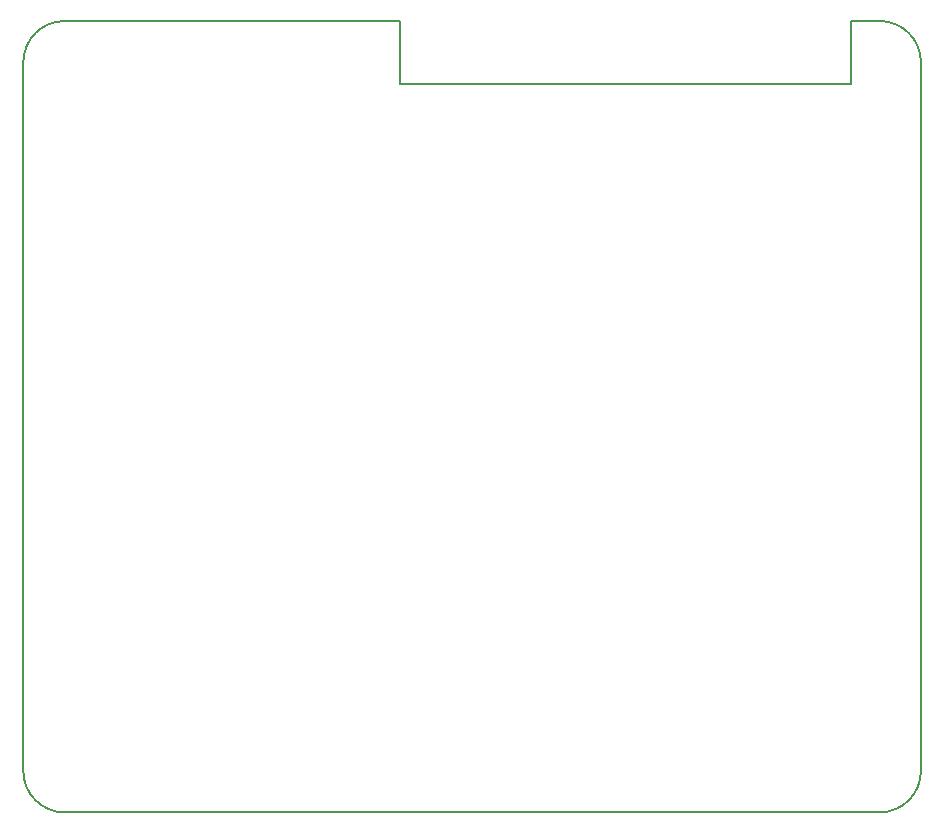
<source format=gbr>
G04 DipTrace 2.4.0.2*
%INBoardOutline.gbr*%
%MOMM*%
%ADD11C,0.14*%
%FSLAX53Y53*%
G04*
G71*
G90*
G75*
G01*
%LNBoardOutline*%
%LPD*%
X13500Y10000D2*
D11*
X82500D1*
G03X86000Y13500I0J3500D01*
G01*
Y73500D1*
G03X82500Y77000I-3500J0D01*
G01*
X80100D1*
Y71650D1*
X41920D1*
Y77040D1*
X13500Y77000D1*
G03X10000Y73500I0J-3500D01*
G01*
Y13500D1*
G03X13500Y10000I3500J0D01*
G01*
M02*

</source>
